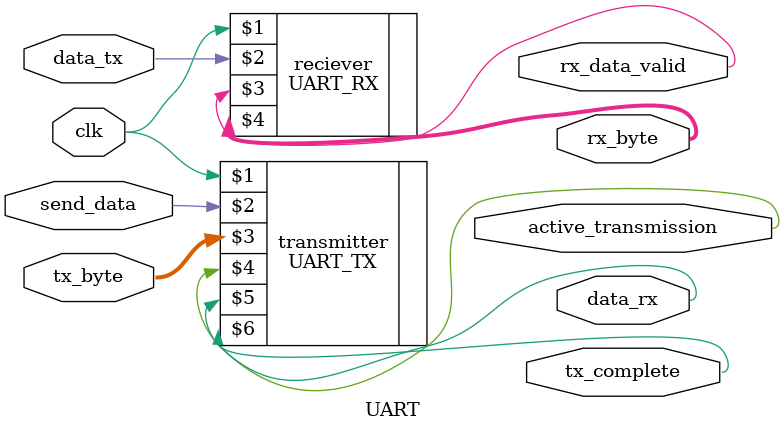
<source format=v>

module UART(
	input clk,
	input [7:0] tx_byte,
	input data_tx,
	output data_rx,
	input send_data,
	output  [7:0] rx_byte,
	output tx_complete,
	output  rx_data_valid,
	output  active_transmission);
	
	
	
	
	UART_TX transmitter(clk,send_data,tx_byte,active_transmission,data_rx,tx_complete);
	UART_RX reciever(clk,data_tx,rx_data_valid,rx_byte);

endmodule
</source>
